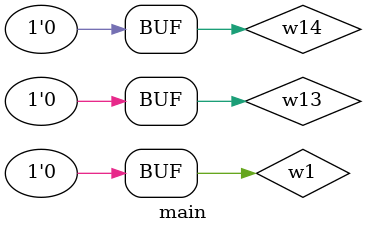
<source format=v>

module ha(carry, sum, y, x);
//: interface  /sz:(41, 48) /bd:[ Li0>y(26/48) Li1>x(8/48) Ro0<carry(33/48) Ro1<sum(10/48) ]
output carry;    //: /sn:0 /dp:1 {0}(125,102)(151,102){1}
input y;    //: /sn:0 {0}(106,139)(85,139){1}
//: {2}(83,137)(83,104)(104,104){3}
//: {4}(81,139)(68,139){5}
input x;    //: /sn:0 /dp:1 {0}(66,99)(89,99){1}
//: {2}(93,99)(104,99){3}
//: {4}(91,101)(91,134)(106,134){5}
output sum;    //: /sn:0 {0}(157,137)(127,137){1}
//: enddecls

  and g4 (.I0(x), .I1(y), .Z(carry));   //: @(115,102) /sn:0 /w:[ 3 3 0 ]
  //: output g3 (carry) @(148,102) /sn:0 /w:[ 1 ]
  //: output g2 (sum) @(154,137) /sn:0 /w:[ 0 ]
  //: input g1 (y) @(66,139) /sn:0 /w:[ 5 ]
  //: joint g6 (y) @(83, 139) /w:[ 1 2 4 -1 ]
  //: joint g7 (x) @(91, 99) /w:[ 2 -1 1 4 ]
  xor g5 (.I0(x), .I1(y), .Z(sum));   //: @(117,137) /sn:0 /w:[ 5 0 1 ]
  //: input g0 (x) @(64,99) /sn:0 /w:[ 0 ]

endmodule

module MIPS_ALU2(op, ainvert, r, set, a, binvert, cout, cin, overflow, b, less);
//: interface  /sz:(186, 93) /bd:[ Ti0>op[1:0](172/186) Ti1>cin(126/186) Ti2>ainvert(29/186) Ti3>binvert(76/186) Li0>a(25/86) Li1>b(57/86) Li2>less(74/86) Bo0<cout(92/186) Ro0<r(38/86) Ro1<set(52/86) Ro2<overflow(70/86) ]
input b;    //: /sn:0 {0}(158,362)(149,362){1}
//: {2}(145,362)(133,362){3}
//: {4}(147,364)(147,382)(158,382){5}
output r;    //: /sn:0 {0}(405,289)(365,289){1}
input less;    //: /sn:0 {0}(330,323)(330,307)(336,307){1}
output overflow;    //: /sn:0 {0}(389,418)(344,418){1}
input ainvert;    //: /sn:0 {0}(172,233)(172,244)(158,244)(158,255)(173,255)(173,245){1}
input cin;    //: /sn:0 {0}(227,335)(227,346){1}
//: {2}(229,348)(251,348){3}
//: {4}(227,350)(227,420)(323,420){5}
output cout;    //: /sn:0 /dp:1 {0}(350,387)(321,387){1}
//: {2}(319,385)(319,371)(304,371){3}
//: {4}(319,389)(319,415)(323,415){5}
input binvert;    //: /sn:0 {0}(174,349)(174,359)(189,359)(189,333){1}
input a;    //: /sn:0 {0}(157,258)(144,258){1}
//: {2}(140,258)(130,258){3}
//: {4}(142,260)(142,278)(157,278){5}
input [1:0] op;    //: /sn:0 {0}(352,266)(352,231){1}
output set;    //: /sn:0 /dp:1 {0}(304,351)(314,351)(314,349){1}
//: {2}(316,347)(395,347){3}
//: {4}(314,345)(314,295)(336,295){5}
wire w6;    //: /sn:0 {0}(186,268)(196,268){1}
//: {2}(200,268)(271,268){3}
//: {4}(198,270)(198,291){5}
//: {6}(200,293)(272,293){7}
//: {8}(198,295)(198,361)(251,361){9}
wire w1;    //: /sn:0 {0}(292,271)(336,271){1}
wire w11;    //: /sn:0 {0}(187,372)(208,372){1}
//: {2}(212,372)(251,372){3}
//: {4}(210,370)(210,300){5}
//: {6}(212,298)(272,298){7}
//: {8}(210,296)(210,273)(271,273){9}
wire w2;    //: /sn:0 {0}(336,283)(298,283)(298,296)(293,296){1}
//: enddecls

  and g4 (.I0(w6), .I1(w11), .Z(w1));   //: @(282,271) /sn:0 /w:[ 3 9 0 ]
  //: input g8 (op) @(352,229) /sn:0 /R:3 /w:[ 1 ]
  mux g3 (.I0(w1), .I1(w2), .I2(set), .I3(less), .S(op), .Z(r));   //: @(352,289) /sn:0 /R:1 /w:[ 1 0 5 1 0 1 ] /ss:10767056 /do:0
  mux g16 (.I0(b), .I1(!b), .S(binvert), .Z(w11));   //: @(174,372) /sn:0 /R:1 /w:[ 0 5 0 0 ] /ss:0 /do:0
  //: joint g26 (cout) @(319, 387) /w:[ 1 2 -1 4 ]
  //: input g17 (ainvert) @(172,231) /sn:0 /R:3 /w:[ 0 ]
  //: output g2 (r) @(402,289) /sn:0 /w:[ 0 ]
  //: output g23 (set) @(392,347) /sn:0 /w:[ 3 ]
  //: input g1 (a) @(128,258) /sn:0 /w:[ 3 ]
  //: joint g24 (set) @(314, 347) /w:[ 2 4 -1 1 ]
  //: input g18 (binvert) @(174,331) /sn:0 /R:3 /w:[ 1 ]
  //: output g25 (cout) @(347,387) /sn:0 /w:[ 0 ]
  //: input g10 (cin) @(227,333) /sn:0 /R:3 /w:[ 0 ]
  //: joint g6 (w11) @(210, 298) /w:[ 6 8 -1 5 ]
  fa g9 (.cin(cin), .y(w11), .x(w6), .cout(cout), .sum(set));   //: @(252, 343) /sz:(51, 41) /sn:0 /p:[ Li0>3 Li1>3 Li2>9 Ro0<3 Ro1<0 ]
  //: joint g7 (a) @(142, 258) /w:[ 1 -1 2 4 ]
  //: output g22 (overflow) @(386,418) /sn:0 /w:[ 0 ]
  //: joint g12 (w6) @(198, 293) /w:[ 6 5 -1 8 ]
  or g5 (.I0(w6), .I1(w11), .Z(w2));   //: @(283,296) /sn:0 /w:[ 7 7 1 ]
  xor g11 (.I0(cout), .I1(cin), .Z(overflow));   //: @(334,418) /sn:0 /w:[ 5 5 1 ]
  //: joint g14 (cin) @(227, 348) /w:[ 2 1 -1 4 ]
  //: input g19 (b) @(131,362) /sn:0 /w:[ 3 ]
  //: input g21 (less) @(330,325) /sn:0 /R:1 /w:[ 0 ]
  //: joint g20 (b) @(147, 362) /w:[ 1 -1 2 4 ]
  mux g15 (.I0(a), .I1(!a), .S(ainvert), .Z(w6));   //: @(173,268) /sn:0 /R:1 /w:[ 0 5 1 0 ] /ss:0 /do:0
  //: joint g0 (w6) @(198, 268) /w:[ 2 -1 1 4 ]
  //: joint g13 (w11) @(210, 372) /w:[ 2 4 1 -1 ]

endmodule

module MIPS_ALU(op, ainvert, r, a, binvert, cin, cout, b, less);
//: interface  /sz:(186, 86) /bd:[ Ti0>binvert(128/186) Ti1>ainvert(65/186) Ti2>cin(17/186) Ti3>op[1:0](172/186) Li0>less(74/86) Li1>b(57/86) Li2>a(25/86) Bo0<cout(96/186) Ro0<r(38/86) ]
input b;    //: /sn:0 /dp:1 {0}(91,253)(82,253){1}
//: {2}(78,253)(66,253){3}
//: {4}(80,255)(80,273)(91,273){5}
output r;    //: /sn:0 {0}(338,180)(298,180){1}
input less;    //: /sn:0 {0}(263,214)(263,198)(269,198){1}
input ainvert;    //: /sn:0 {0}(105,124)(105,135)(106,135)(106,136){1}
input cin;    //: /sn:0 {0}(175,226)(175,239)(184,239){1}
output cout;    //: /sn:0 {0}(280,262)(237,262){1}
input a;    //: /sn:0 /dp:1 {0}(90,149)(77,149){1}
//: {2}(73,149)(63,149){3}
//: {4}(75,151)(75,169)(90,169){5}
input binvert;    //: /sn:0 /dp:1 {0}(107,240)(107,224){1}
input [1:0] op;    //: /sn:0 {0}(285,157)(285,122){1}
wire w6;    //: /sn:0 {0}(119,159)(129,159){1}
//: {2}(133,159)(204,159){3}
//: {4}(131,161)(131,182){5}
//: {6}(133,184)(205,184){7}
//: {8}(131,186)(131,252)(184,252){9}
wire w7;    //: /sn:0 {0}(237,242)(247,242)(247,186)(269,186){1}
wire w1;    //: /sn:0 {0}(225,162)(269,162){1}
wire w2;    //: /sn:0 /dp:1 {0}(269,174)(231,174)(231,187)(226,187){1}
wire w11;    //: /sn:0 {0}(120,263)(141,263){1}
//: {2}(145,263)(184,263){3}
//: {4}(143,261)(143,191){5}
//: {6}(145,189)(205,189){7}
//: {8}(143,187)(143,164)(204,164){9}
//: enddecls

  and g4 (.I0(w6), .I1(w11), .Z(w1));   //: @(215,162) /sn:0 /w:[ 3 9 0 ]
  //: input g8 (op) @(285,120) /sn:0 /R:3 /w:[ 1 ]
  mux g3 (.I0(w1), .I1(w2), .I2(w7), .I3(less), .S(op), .Z(r));   //: @(285,180) /sn:0 /R:1 /w:[ 1 0 1 1 0 1 ] /ss:1 /do:1
  mux g16 (.I0(b), .I1(!b), .S(binvert), .Z(w11));   //: @(107,263) /sn:0 /R:1 /w:[ 0 5 0 0 ] /ss:224 /do:0
  //: input g17 (ainvert) @(105,122) /sn:0 /R:3 /w:[ 0 ]
  //: output g2 (r) @(335,180) /sn:0 /w:[ 0 ]
  //: input g1 (a) @(61,149) /sn:0 /w:[ 3 ]
  //: input g18 (binvert) @(107,222) /sn:0 /R:3 /w:[ 1 ]
  //: input g10 (cin) @(175,224) /sn:0 /R:3 /w:[ 0 ]
  //: joint g6 (w11) @(143, 189) /w:[ 6 8 -1 5 ]
  fa g9 (.cin(cin), .y(w11), .x(w6), .cout(cout), .sum(w7));   //: @(185, 234) /sz:(51, 41) /sn:0 /p:[ Li0>1 Li1>3 Li2>9 Ro0<1 Ro1<0 ]
  //: joint g7 (a) @(75, 149) /w:[ 1 -1 2 4 ]
  //: joint g12 (w6) @(131, 184) /w:[ 6 5 -1 8 ]
  or g5 (.I0(w6), .I1(w11), .Z(w2));   //: @(216,187) /sn:0 /w:[ 7 7 1 ]
  //: output g11 (cout) @(277,262) /sn:0 /w:[ 0 ]
  //: input g19 (b) @(64,253) /sn:0 /w:[ 3 ]
  //: input g21 (less) @(263,216) /sn:0 /R:1 /w:[ 0 ]
  //: joint g20 (b) @(80, 253) /w:[ 1 -1 2 4 ]
  mux g15 (.I0(a), .I1(!a), .S(ainvert), .Z(w6));   //: @(106,159) /sn:0 /R:1 /w:[ 0 5 1 0 ] /ss:1 /do:1
  //: joint g0 (w6) @(131, 159) /w:[ 2 -1 1 4 ]
  //: joint g13 (w11) @(143, 263) /w:[ 2 4 1 -1 ]

endmodule

module fa(cout, sum, cin, y, x);
//: interface  /sz:(51, 42) /bd:[ Li0>cin(5/42) Li1>y(30/42) Li2>x(19/42) Ro0<cout(29/42) Ro1<sum(8/42) ]
input cin;    //: /sn:0 /dp:1 {0}(221,204)(215,204){1}
//: {2}(213,202)(213,175)(219,175){3}
//: {4}(211,204)(134,204){5}
input y;    //: /sn:0 /dp:1 {0}(172,150)(162,150){1}
//: {2}(160,148)(160,120)(171,120){3}
//: {4}(158,150)(125,150){5}
input x;    //: /sn:0 /dp:1 {0}(171,115)(152,115){1}
//: {2}(148,115)(125,115){3}
//: {4}(150,117)(150,145)(172,145){5}
output sum;    //: /sn:0 {0}(281,202)(242,202){1}
output cout;    //: /sn:0 {0}(308,121)(282,121){1}
wire w12;    //: /sn:0 /dp:1 {0}(261,118)(192,118){1}
wire w2;    //: /sn:0 {0}(193,148)(203,148)(203,168){1}
//: {2}(205,170)(219,170){3}
//: {4}(203,172)(203,199)(221,199){5}
wire w11;    //: /sn:0 {0}(240,173)(251,173)(251,123)(261,123){1}
//: enddecls

  //: output g4 (cout) @(305,121) /sn:0 /w:[ 0 ]
  and g8 (.I0(w2), .I1(cin), .Z(w11));   //: @(230,173) /sn:0 /w:[ 3 3 0 ]
  //: output g3 (sum) @(278,202) /sn:0 /w:[ 0 ]
  //: input g2 (cin) @(132,204) /sn:0 /w:[ 5 ]
  //: input g1 (y) @(123,150) /sn:0 /w:[ 5 ]
  //: joint g10 (w2) @(203, 170) /w:[ 2 1 -1 4 ]
  xor g6 (.I0(w2), .I1(cin), .Z(sum));   //: @(232,202) /sn:0 /w:[ 5 0 1 ]
  and g7 (.I0(x), .I1(y), .Z(w12));   //: @(182,118) /sn:0 /w:[ 0 3 1 ]
  or g9 (.I0(w12), .I1(w11), .Z(cout));   //: @(272,121) /sn:0 /w:[ 0 1 1 ]
  //: joint g12 (x) @(150, 115) /w:[ 1 -1 2 4 ]
  xor g5 (.I0(x), .I1(y), .Z(w2));   //: @(183,148) /sn:0 /w:[ 5 0 0 ]
  //: joint g11 (cin) @(213, 204) /w:[ 1 2 4 -1 ]
  //: input g0 (x) @(123,115) /sn:0 /w:[ 3 ]
  //: joint g13 (y) @(160, 150) /w:[ 1 2 4 -1 ]

endmodule

module main;    //: root_module
supply0 w13;    //: /sn:0 /dp:1 {0}(278,445)(266,445)(266,451){1}
supply0 w1;    //: /sn:0 /dp:1 {0}(278,319)(262,319)(262,329){1}
supply0 w14;    //: /sn:0 {0}(266,567)(266,560)(279,560){1}
wire w6;    //: /sn:0 {0}(552,296)(512,296){1}
//: {2}(508,296)(503,296)(503,176)(466,176){3}
//: {4}(510,298)(510,311){5}
wire w16;    //: /sn:0 {0}(278,163)(115,163)(115,234)(105,234){1}
wire w7;    //: /sn:0 {0}(376,590)(376,573){1}
wire w25;    //: /sn:0 /dp:1 {0}(278,428)(169,428)(169,385)(142,385){1}
wire w4;    //: /sn:0 /dp:1 {0}(296,137)(296,122){1}
wire [3:0] w3;    //: /sn:0 {0}(577,230)(577,281)(558,281){1}
wire w22;    //: /sn:0 {0}(421,370)(421,332){1}
wire [1:0] w0;    //: /sn:0 {0}(452,485)(452,472)(489,472)(489,364){1}
//: {2}(489,360)(489,239){3}
//: {4}(489,235)(489,127){5}
//: {6}(489,123)(489,96){7}
//: {8}(487,125)(451,125)(451,137){9}
//: {10}(487,237)(451,237)(451,251){11}
//: {12}(487,362)(451,362)(451,370){13}
wire w20;    //: /sn:0 {0}(515,311)(515,288){1}
//: {2}(517,286)(552,286){3}
//: {4}(513,286)(466,286){5}
wire w29;    //: /sn:0 {0}(142,375)(162,375)(162,304)(278,304){1}
wire w19;    //: /sn:0 {0}(467,524)(496,524)(496,266)(523,266){1}
//: {2}(527,266)(552,266){3}
//: {4}(525,268)(525,311){5}
wire w12;    //: /sn:0 /dp:1 {0}(467,533)(515,533){1}
wire w24;    //: /sn:0 {0}(518,332)(518,343)(551,343){1}
wire [3:0] w21;    //: /sn:0 /dp:1 {0}(99,249)(68,249)(68,220){1}
wire w31;    //: /sn:0 {0}(416,251)(416,225){1}
wire w32;    //: /sn:0 {0}(552,276)(522,276){1}
//: {2}(518,276)(497,276)(497,409)(466,409){3}
//: {4}(520,278)(520,311){5}
wire w8;    //: /sn:0 {0}(278,212)(221,212)(221,587)(499,587)(499,553)(467,553){1}
wire w27;    //: /sn:0 {0}(406,458)(406,485){1}
wire w17;    //: /sn:0 {0}(278,195)(152,195)(152,365)(142,365){1}
wire w33;    //: /sn:0 {0}(142,395)(163,395)(163,543)(279,543){1}
wire w35;    //: /sn:0 {0}(278,274)(198,274)(198,244)(105,244){1}
wire w2;    //: /sn:0 {0}(192,83)(246,83){1}
//: {2}(250,83)(407,83)(407,137){3}
//: {4}(248,85)(248,228){5}
//: {6}(250,230)(363,230)(363,251){7}
//: {8}(248,232)(248,346){9}
//: {10}(250,348)(372,348)(372,370){11}
//: {12}(248,350)(248,467)(356,467)(356,485){13}
wire [3:0] w15;    //: /sn:0 {0}(71,413)(71,380)(136,380){1}
wire w5;    //: /sn:0 {0}(190,128)(238,128){1}
//: {2}(242,128)(344,128)(344,137){3}
//: {4}(240,130)(240,239){5}
//: {6}(242,241)(311,241)(311,251){7}
//: {8}(240,243)(240,360){9}
//: {10}(242,362)(310,362)(310,370){11}
//: {12}(240,364)(240,476)(309,476)(309,485){13}
wire w26;    //: /sn:0 /dp:1 {0}(278,396)(193,396)(193,254)(105,254){1}
wire w9;    //: /sn:0 /dp:1 {0}(279,511)(189,511)(189,264)(105,264){1}
//: enddecls

  //: joint g8 (w6) @(510, 296) /w:[ 1 -1 2 4 ]
  //: joint g4 (w0) @(489, 125) /w:[ -1 6 8 5 ]
  led g16 (.I(w7));   //: @(376,597) /sn:0 /R:2 /w:[ 0 ] /type:0
  MIPS_ALU2 g3 (.binvert(w2), .ainvert(w5), .cin(w27), .op(w0), .less(w14), .b(w33), .a(w9), .cout(w7), .overflow(w12), .set(w8), .r(w19));   //: @(280, 486) /sz:(186, 86) /sn:0 /p:[ Ti0>13 Ti1>13 Ti2>1 Ti3>0 Li0>1 Li1>1 Li2>0 Bo0<1 Ro0<0 Ro1<1 Ro2<0 ]
  //: dip g26 (w21) @(68,210) /sn:0 /w:[ 1 ] /st:4
  //: dip g17 (w0) @(489,86) /sn:0 /w:[ 7 ] /st:2
  led g2 (.I(w3));   //: @(577,223) /sn:0 /w:[ 0 ] /type:1
  //: joint g30 (w20) @(515, 286) /w:[ 2 -1 4 1 ]
  //: supply0 g23 (w1) @(262,335) /sn:0 /w:[ 1 ]
  led g1 (.I(w24));   //: @(558,343) /sn:0 /R:3 /w:[ 1 ] /type:0
  //: supply0 g24 (w13) @(266,457) /sn:0 /w:[ 1 ]
  concat g29 (.I0(w17), .I1(w29), .I2(w25), .I3(w33), .Z(w15));   //: @(137,380) /sn:0 /R:2 /w:[ 1 0 1 0 1 ] /dr:0
  MIPS_ALU g18 (.binvert(w2), .ainvert(w5), .cin(w22), .op(w0), .less(w13), .b(w25), .a(w26), .cout(w27), .r(w32));   //: @(279, 371) /sz:(186, 86) /sn:0 /p:[ Ti0>11 Ti1>11 Ti2>0 Ti3>13 Li0>0 Li1>0 Li2>0 Bo0<0 Ro0<3 ]
  //: supply0 g25 (w14) @(266,573) /sn:0 /w:[ 0 ]
  //: joint g10 (w2) @(248, 83) /w:[ 2 -1 1 4 ]
  //: joint g6 (w0) @(489, 362) /w:[ -1 2 12 1 ]
  //: joint g9 (w5) @(240, 128) /w:[ 2 -1 1 4 ]
  concat g7 (.I0(w6), .I1(w20), .I2(w32), .I3(w19), .Z(w3));   //: @(557,281) /sn:0 /w:[ 0 3 0 3 1 ] /dr:0
  //: comment g22 /dolink:0 /link:"" @(543,316) /sn:0
  //: /line:"Zero"
  //: /line:""
  //: /end
  //: joint g31 (w32) @(520, 276) /w:[ 1 -1 2 4 ]
  //: comment g33 /dolink:0 /link:"" @(558,195) /sn:0
  //: /line:"Result"
  //: /line:""
  //: /end
  //: switch ainvert (w5) @(173,128) /w:[ 0 ] /st:0
  //: joint g12 (w5) @(240, 241) /w:[ 6 5 -1 8 ]
  //: comment g34 /dolink:0 /link:"" @(452,55) /sn:0
  //: /line:"Op"
  //: /line:""
  //: /end
  concat g28 (.I0(w16), .I1(w35), .I2(w26), .I3(w9), .Z(w21));   //: @(100,249) /sn:0 /R:2 /w:[ 1 1 1 1 0 ] /dr:0
  //: joint g14 (w5) @(240, 362) /w:[ 10 9 -1 12 ]
  //: joint g11 (w2) @(248, 230) /w:[ 6 5 -1 8 ]
  //: joint g5 (w0) @(489, 237) /w:[ -1 4 10 3 ]
  //: switch cin (w4) @(296,109) /R:3 /w:[ 1 ] /st:0
  led g21 (.I(w12));   //: @(522,533) /sn:0 /R:3 /w:[ 1 ] /type:0
  MIPS_ALU g19 (.binvert(w2), .ainvert(w5), .cin(w31), .op(w0), .less(w1), .b(w29), .a(w35), .cout(w22), .r(w20));   //: @(279, 252) /sz:(186, 79) /sn:0 /p:[ Ti0>7 Ti1>7 Ti2>0 Ti3>11 Li0>0 Li1>1 Li2>0 Bo0<1 Ro0<5 ]
  //: comment g20 /dolink:0 /link:"" @(504,508) /sn:0
  //: /line:"Overflow"
  //: /end
  //: joint g32 (w19) @(525, 266) /w:[ 2 -1 1 4 ]
  nor g0 (.I0(w19), .I1(w32), .I2(w20), .I3(w6), .Z(w24));   //: @(518,322) /sn:0 /R:3 /w:[ 5 5 0 5 0 ]
  //: joint g15 (w2) @(248, 348) /w:[ 10 9 -1 12 ]
  //: switch binvert (w2) @(175,83) /w:[ 0 ] /st:0
  //: dip g27 (w15) @(71,424) /sn:0 /R:2 /w:[ 0 ] /st:5
  MIPS_ALU g13 (.binvert(w2), .ainvert(w5), .cin(w4), .op(w0), .less(w8), .b(w17), .a(w16), .cout(w31), .r(w6));   //: @(279, 138) /sz:(186, 86) /sn:0 /p:[ Ti0>3 Ti1>3 Ti2>0 Ti3>9 Li0>0 Li1>0 Li2>0 Bo0<1 Ro0<3 ]

endmodule

</source>
